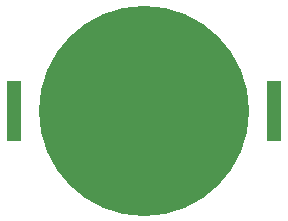
<source format=gbs>
%TF.GenerationSoftware,KiCad,Pcbnew,8.0.3*%
%TF.CreationDate,2025-02-28T01:09:01-06:00*%
%TF.ProjectId,HearingAid_Right,48656172-696e-4674-9169-645f52696768,rev?*%
%TF.SameCoordinates,Original*%
%TF.FileFunction,Soldermask,Bot*%
%TF.FilePolarity,Negative*%
%FSLAX46Y46*%
G04 Gerber Fmt 4.6, Leading zero omitted, Abs format (unit mm)*
G04 Created by KiCad (PCBNEW 8.0.3) date 2025-02-28 01:09:01*
%MOMM*%
%LPD*%
G01*
G04 APERTURE LIST*
%ADD10R,1.270000X5.080000*%
%ADD11C,17.800000*%
G04 APERTURE END LIST*
D10*
%TO.C,BT1*%
X133085000Y-70283630D03*
X111115000Y-70283630D03*
D11*
X122100000Y-70283630D03*
%TD*%
M02*

</source>
